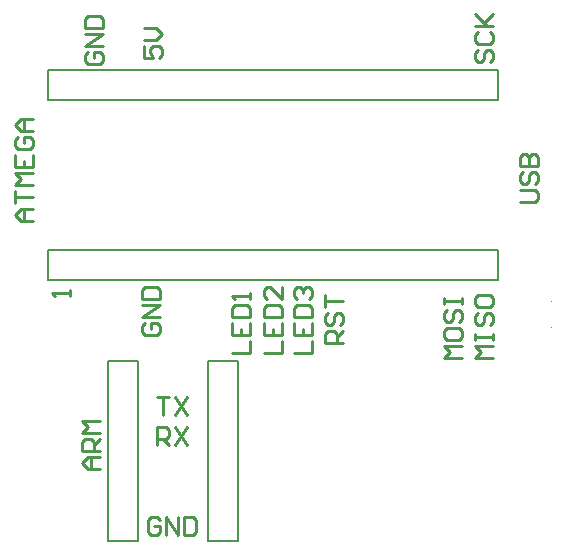
<source format=gbr>
%TF.GenerationSoftware,Altium Limited,Altium Designer,20.2.5 (213)*%
G04 Layer_Color=65535*
%FSLAX25Y25*%
%MOIN*%
%TF.SameCoordinates,03ADE540-DEBB-48E1-BD2F-024036EB756D*%
%TF.FilePolarity,Positive*%
%TF.FileFunction,Legend,Top*%
%TF.Part,Single*%
G01*
G75*
%TA.AperFunction,NonConductor*%
%ADD15C,0.01000*%
%ADD34C,0.00394*%
%ADD35C,0.00787*%
D15*
X82001Y84004D02*
X87999D01*
Y88003D01*
X82001Y94001D02*
Y90002D01*
X87999D01*
Y94001D01*
X85000Y90002D02*
Y92001D01*
X82001Y96000D02*
X87999D01*
Y98999D01*
X86999Y99999D01*
X83001D01*
X82001Y98999D01*
Y96000D01*
X87999Y101998D02*
Y103997D01*
Y102998D01*
X82001D01*
X83001Y101998D01*
X92501Y84004D02*
X98499D01*
Y88003D01*
X92501Y94001D02*
Y90002D01*
X98499D01*
Y94001D01*
X95500Y90002D02*
Y92001D01*
X92501Y96000D02*
X98499D01*
Y98999D01*
X97499Y99999D01*
X93501D01*
X92501Y98999D01*
Y96000D01*
X98499Y105997D02*
Y101998D01*
X94500Y105997D01*
X93501D01*
X92501Y104997D01*
Y102998D01*
X93501Y101998D01*
X102501Y84004D02*
X108499D01*
Y88003D01*
X102501Y94001D02*
Y90002D01*
X108499D01*
Y94001D01*
X105500Y90002D02*
Y92001D01*
X102501Y96000D02*
X108499D01*
Y98999D01*
X107499Y99999D01*
X103501D01*
X102501Y98999D01*
Y96000D01*
X103501Y101998D02*
X102501Y102998D01*
Y104997D01*
X103501Y105997D01*
X104500D01*
X105500Y104997D01*
Y103997D01*
Y104997D01*
X106500Y105997D01*
X107499D01*
X108499Y104997D01*
Y102998D01*
X107499Y101998D01*
X118999Y87503D02*
X113001D01*
Y90502D01*
X114001Y91501D01*
X116000D01*
X117000Y90502D01*
Y87503D01*
Y89502D02*
X118999Y91501D01*
X114001Y97499D02*
X113001Y96500D01*
Y94500D01*
X114001Y93501D01*
X115000D01*
X116000Y94500D01*
Y96500D01*
X117000Y97499D01*
X117999D01*
X118999Y96500D01*
Y94500D01*
X117999Y93501D01*
X113001Y99499D02*
Y103497D01*
Y101498D01*
X118999D01*
X158499Y82503D02*
X152501D01*
X154500Y84503D01*
X152501Y86502D01*
X158499D01*
X152501Y91500D02*
Y89501D01*
X153501Y88501D01*
X157499D01*
X158499Y89501D01*
Y91500D01*
X157499Y92500D01*
X153501D01*
X152501Y91500D01*
X153501Y98498D02*
X152501Y97498D01*
Y95499D01*
X153501Y94499D01*
X154500D01*
X155500Y95499D01*
Y97498D01*
X156500Y98498D01*
X157499D01*
X158499Y97498D01*
Y95499D01*
X157499Y94499D01*
X152501Y100497D02*
Y102497D01*
Y101497D01*
X158499D01*
Y100497D01*
Y102497D01*
X168999Y82503D02*
X163001D01*
X165000Y84503D01*
X163001Y86502D01*
X168999D01*
X163001Y88501D02*
Y90501D01*
Y89501D01*
X168999D01*
Y88501D01*
Y90501D01*
X164001Y97498D02*
X163001Y96499D01*
Y94499D01*
X164001Y93500D01*
X165000D01*
X166000Y94499D01*
Y96499D01*
X167000Y97498D01*
X167999D01*
X168999Y96499D01*
Y94499D01*
X167999Y93500D01*
X163001Y102497D02*
Y100497D01*
X164001Y99498D01*
X167999D01*
X168999Y100497D01*
Y102497D01*
X167999Y103497D01*
X164001D01*
X163001Y102497D01*
X53001Y94001D02*
X52001Y93002D01*
Y91002D01*
X53001Y90003D01*
X56999D01*
X57999Y91002D01*
Y93002D01*
X56999Y94001D01*
X55000D01*
Y92002D01*
X57999Y96001D02*
X52001D01*
X57999Y99999D01*
X52001D01*
Y101999D02*
X57999D01*
Y104998D01*
X56999Y105997D01*
X53001D01*
X52001Y104998D01*
Y101999D01*
X34001Y184501D02*
X33001Y183502D01*
Y181502D01*
X34001Y180503D01*
X37999D01*
X38999Y181502D01*
Y183502D01*
X37999Y184501D01*
X36000D01*
Y182502D01*
X38999Y186501D02*
X33001D01*
X38999Y190499D01*
X33001D01*
Y192499D02*
X38999D01*
Y195498D01*
X37999Y196497D01*
X34001D01*
X33001Y195498D01*
Y192499D01*
X52501Y186500D02*
Y182502D01*
X55500D01*
X54500Y184501D01*
Y185501D01*
X55500Y186500D01*
X57499D01*
X58499Y185501D01*
Y183501D01*
X57499Y182502D01*
X52501Y188500D02*
X56500D01*
X58499Y190499D01*
X56500Y192498D01*
X52501D01*
X164001Y185001D02*
X163001Y184002D01*
Y182002D01*
X164001Y181003D01*
X165000D01*
X166000Y182002D01*
Y184002D01*
X167000Y185001D01*
X167999D01*
X168999Y184002D01*
Y182002D01*
X167999Y181003D01*
X164001Y190999D02*
X163001Y190000D01*
Y188000D01*
X164001Y187001D01*
X167999D01*
X168999Y188000D01*
Y190000D01*
X167999Y190999D01*
X163001Y192999D02*
X168999D01*
X167000D01*
X163001Y196997D01*
X166000Y193998D01*
X168999Y196997D01*
X178001Y134503D02*
X182999D01*
X183999Y135502D01*
Y137502D01*
X182999Y138501D01*
X178001D01*
X179001Y144499D02*
X178001Y143500D01*
Y141500D01*
X179001Y140501D01*
X180000D01*
X181000Y141500D01*
Y143500D01*
X182000Y144499D01*
X182999D01*
X183999Y143500D01*
Y141500D01*
X182999Y140501D01*
X178001Y146499D02*
X183999D01*
Y149498D01*
X182999Y150497D01*
X182000D01*
X181000Y149498D01*
Y146499D01*
Y149498D01*
X180000Y150497D01*
X179001D01*
X178001Y149498D01*
Y146499D01*
X27999Y103000D02*
Y105000D01*
Y104000D01*
X22001D01*
X23001Y103000D01*
X58001Y28499D02*
X57002Y29499D01*
X55002D01*
X54003Y28499D01*
Y24501D01*
X55002Y23501D01*
X57002D01*
X58001Y24501D01*
Y26500D01*
X56002D01*
X60001Y23501D02*
Y29499D01*
X63999Y23501D01*
Y29499D01*
X65999D02*
Y23501D01*
X68998D01*
X69997Y24501D01*
Y28499D01*
X68998Y29499D01*
X65999D01*
X57002Y53501D02*
Y59499D01*
X60001D01*
X61000Y58499D01*
Y56500D01*
X60001Y55500D01*
X57002D01*
X59001D02*
X61000Y53501D01*
X63000Y59499D02*
X66998Y53501D01*
Y59499D02*
X63000Y53501D01*
X57002Y69499D02*
X61000D01*
X59001D01*
Y63501D01*
X63000Y69499D02*
X66998Y63501D01*
Y69499D02*
X63000Y63501D01*
X37999Y45503D02*
X34000D01*
X32001Y47502D01*
X34000Y49501D01*
X37999D01*
X35000D01*
Y45503D01*
X37999Y51501D02*
X32001D01*
Y54500D01*
X33001Y55499D01*
X35000D01*
X36000Y54500D01*
Y51501D01*
Y53500D02*
X37999Y55499D01*
Y57499D02*
X32001D01*
X34000Y59498D01*
X32001Y61497D01*
X37999D01*
X15499Y128006D02*
X11500D01*
X9501Y130005D01*
X11500Y132004D01*
X15499D01*
X12500D01*
Y128006D01*
X9501Y134004D02*
Y138002D01*
Y136003D01*
X15499D01*
Y140002D02*
X9501D01*
X11500Y142001D01*
X9501Y144000D01*
X15499D01*
X9501Y149998D02*
Y146000D01*
X15499D01*
Y149998D01*
X12500Y146000D02*
Y147999D01*
X10501Y155997D02*
X9501Y154997D01*
Y152997D01*
X10501Y151998D01*
X14499D01*
X15499Y152997D01*
Y154997D01*
X14499Y155997D01*
X12500D01*
Y153997D01*
X15499Y157996D02*
X11500D01*
X9501Y159995D01*
X11500Y161995D01*
X15499D01*
X12500D01*
Y157996D01*
D34*
X188469Y101260D02*
G03*
X188469Y101260I-197J0D01*
G01*
Y92510D02*
G03*
X188469Y92510I-197J0D01*
G01*
Y83760D02*
G03*
X188469Y83760I-197J0D01*
G01*
D35*
X170500Y108500D02*
Y118500D01*
X20500Y108500D02*
Y118500D01*
X28000D01*
X170500D01*
X20500Y108500D02*
X170500D01*
X20500Y168500D02*
X170500D01*
X28000Y178500D02*
X170500D01*
X20500D02*
X28000D01*
X20500Y168500D02*
Y178500D01*
X170500Y168500D02*
Y178500D01*
X40500Y21500D02*
X50500D01*
X40500Y81500D02*
X50500D01*
Y21500D02*
Y81500D01*
X40500Y21500D02*
Y81500D01*
X74000Y21500D02*
X84000D01*
X74000Y81500D02*
X84000D01*
Y21500D02*
Y81500D01*
X74000Y21500D02*
Y81500D01*
%TF.MD5,11016456291f2b58503af3acc81705c7*%
M02*

</source>
